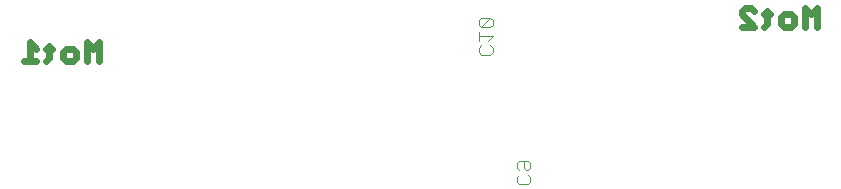
<source format=gbo>
G75*
%MOIN*%
%OFA0B0*%
%FSLAX24Y24*%
%IPPOS*%
%LPD*%
%AMOC8*
5,1,8,0,0,1.08239X$1,22.5*
%
%ADD10C,0.0240*%
%ADD11C,0.0040*%
D10*
X007465Y018856D02*
X007878Y018856D01*
X007671Y018856D02*
X007671Y019476D01*
X007878Y019270D01*
X008199Y019270D02*
X008406Y019270D01*
X008303Y019373D02*
X008303Y018959D01*
X008199Y018856D01*
X008784Y018959D02*
X008784Y019166D01*
X008888Y019270D01*
X009095Y019270D01*
X009198Y019166D01*
X009198Y018959D01*
X009095Y018856D01*
X008888Y018856D01*
X008784Y018959D01*
X009576Y018856D02*
X009576Y019476D01*
X009783Y019270D01*
X009990Y019476D01*
X009990Y018856D01*
X031402Y019998D02*
X031815Y019998D01*
X031402Y020411D01*
X031402Y020515D01*
X031505Y020618D01*
X031712Y020618D01*
X031815Y020515D01*
X032136Y020411D02*
X032343Y020411D01*
X032240Y020515D02*
X032240Y020101D01*
X032136Y019998D01*
X032721Y020101D02*
X032721Y020308D01*
X032825Y020411D01*
X033032Y020411D01*
X033135Y020308D01*
X033135Y020101D01*
X033032Y019998D01*
X032825Y019998D01*
X032721Y020101D01*
X033513Y019998D02*
X033513Y020618D01*
X033720Y020411D01*
X033927Y020618D01*
X033927Y019998D01*
D11*
X023898Y014990D02*
X023898Y014836D01*
X023974Y014760D01*
X024281Y014760D01*
X024358Y014836D01*
X024358Y014990D01*
X024281Y015067D01*
X024281Y015220D02*
X024205Y015220D01*
X024128Y015297D01*
X024128Y015527D01*
X024281Y015527D02*
X024358Y015450D01*
X024358Y015297D01*
X024281Y015220D01*
X023974Y015220D02*
X023898Y015297D01*
X023898Y015450D01*
X023974Y015527D01*
X024281Y015527D01*
X023974Y015067D02*
X023898Y014990D01*
X023018Y019068D02*
X022711Y019068D01*
X022634Y019144D01*
X022634Y019298D01*
X022711Y019374D01*
X022634Y019528D02*
X022634Y019835D01*
X022634Y019681D02*
X023094Y019681D01*
X022941Y019528D01*
X023018Y019374D02*
X023094Y019298D01*
X023094Y019144D01*
X023018Y019068D01*
X023018Y019988D02*
X022711Y019988D01*
X023018Y020295D01*
X022711Y020295D01*
X022634Y020219D01*
X022634Y020065D01*
X022711Y019988D01*
X023018Y019988D02*
X023094Y020065D01*
X023094Y020219D01*
X023018Y020295D01*
M02*

</source>
